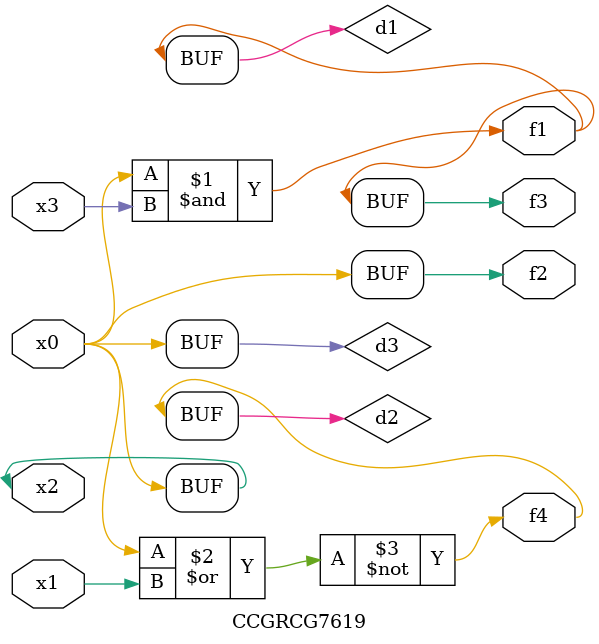
<source format=v>
module CCGRCG7619(
	input x0, x1, x2, x3,
	output f1, f2, f3, f4
);

	wire d1, d2, d3;

	and (d1, x2, x3);
	nor (d2, x0, x1);
	buf (d3, x0, x2);
	assign f1 = d1;
	assign f2 = d3;
	assign f3 = d1;
	assign f4 = d2;
endmodule

</source>
